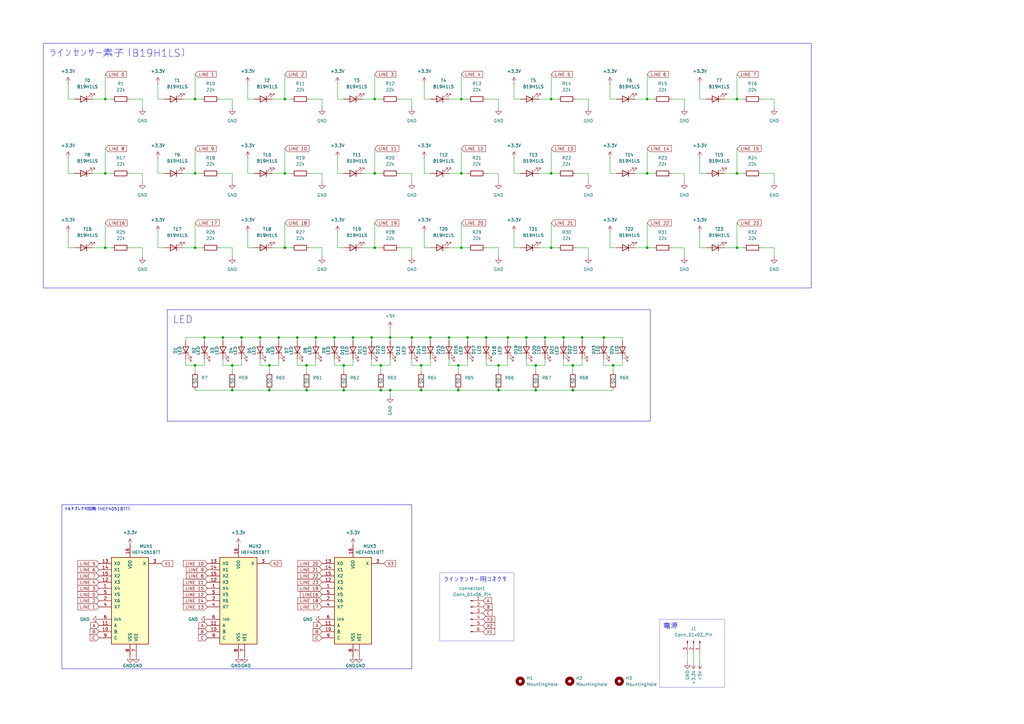
<source format=kicad_sch>
(kicad_sch (version 20250114) (generator "eeschema") (generator_version "9.0")
  (paper "A3")
  (text_box "電源" (at 270.51 254 0) (size 26.67 27.94) (margins 1.5318 1.5318 1.5318 1.5318) (stroke (width 0.0635)) (effects (font (size 2 2)) (justify left top)))
  (text_box "ラインセンサー用コネクタ" (at 180.34 234.95 0) (size 30.48 27.94) (margins 1.5318 1.5318 1.5318 1.5318) (stroke (width 0.0635)) (fill (type color)) (effects (font (size 2 2)) (justify left top)))
  (text_box "ラインセンサー素子（B19H1LS）" (at 17.78 17.78 0) (size 314.96 100.33) (margins 2.25 2.25 2.25 2.25) (effects (font (size 3 3)) (justify left top)))
  (text_box "LED" (at 68.58 127 0) (size 198.12 45.72) (margins 2.25 2.25 2.25 2.25) (effects (font (size 3 3)) (justify left top)))
  (text_box "マルチプレクサ回路（HEF4051BTT）" (at 25.4 207.01 0) (size 143.51 67.31) (margins 0.9525 0.9525 0.9525 0.9525) (effects (font (size 1.27 1.27)) (justify left top)))
  (junction (at 189.23 71.12))
  (junction (at 265.43 40.64))
  (junction (at 208.28 138.43))
  (junction (at 43.18 40.64))
  (junction (at 204.47 160.02))
  (junction (at 247.65 138.43))
  (junction (at 176.53 138.43))
  (junction (at 144.78 138.43))
  (junction (at 153.67 101.6))
  (junction (at 226.06 101.6))
  (junction (at 219.71 160.02))
  (junction (at 204.47 149.86))
  (junction (at 43.18 101.6))
  (junction (at 172.72 149.86))
  (junction (at 95.25 160.02))
  (junction (at 226.06 40.64))
  (junction (at 234.95 149.86))
  (junction (at 121.92 138.43))
  (junction (at 99.06 138.43))
  (junction (at 265.43 71.12))
  (junction (at 302.26 101.6))
  (junction (at 114.3 138.43))
  (junction (at 219.71 149.86))
  (junction (at 226.06 71.12))
  (junction (at 223.52 138.43))
  (junction (at 152.4 138.43))
  (junction (at 137.16 138.43))
  (junction (at 80.01 101.6))
  (junction (at 129.54 138.43))
  (junction (at 153.67 71.12))
  (junction (at 187.96 149.86))
  (junction (at 172.72 160.02))
  (junction (at 168.91 138.43))
  (junction (at 110.49 160.02))
  (junction (at 140.97 160.02))
  (junction (at 140.97 149.86))
  (junction (at 265.43 101.6))
  (junction (at 43.18 71.12))
  (junction (at 116.84 101.6))
  (junction (at 231.14 138.43))
  (junction (at 80.01 40.64))
  (junction (at 160.02 160.02))
  (junction (at 302.26 71.12))
  (junction (at 215.9 138.43))
  (junction (at 251.46 149.86))
  (junction (at 125.73 149.86))
  (junction (at 116.84 71.12))
  (junction (at 238.76 138.43))
  (junction (at 191.77 138.43))
  (junction (at 302.26 40.64))
  (junction (at 110.49 149.86))
  (junction (at 83.82 138.43))
  (junction (at 80.01 149.86))
  (junction (at 95.25 149.86))
  (junction (at 187.96 160.02))
  (junction (at 125.73 160.02))
  (junction (at 189.23 40.64))
  (junction (at 116.84 40.64))
  (junction (at 106.68 138.43))
  (junction (at 189.23 101.6))
  (junction (at 91.44 138.43))
  (junction (at 156.21 149.86))
  (junction (at 184.15 138.43))
  (junction (at 80.01 71.12))
  (junction (at 199.39 138.43))
  (junction (at 160.02 138.43))
  (junction (at 153.67 40.64))
  (junction (at 156.21 160.02))
  (junction (at 234.95 160.02))
  (wire (pts (xy 38.1 101.6) (xy 43.18 101.6)))
  (wire (pts (xy 38.1 40.64) (xy 43.18 40.64)))
  (wire (pts (xy 127 71.12) (xy 132.08 71.12)))
  (wire (pts (xy 80.01 60.96) (xy 80.01 71.12)))
  (wire (pts (xy 132.08 71.12) (xy 132.08 74.93)))
  (wire (pts (xy 160.02 138.43) (xy 160.02 139.7)))
  (wire (pts (xy 199.39 71.12) (xy 204.47 71.12)))
  (wire (pts (xy 184.15 71.12) (xy 189.23 71.12)))
  (wire (pts (xy 137.16 138.43) (xy 137.16 139.7)))
  (wire (pts (xy 137.16 149.86) (xy 137.16 147.32)))
  (wire (pts (xy 199.39 149.86) (xy 199.39 147.32)))
  (wire (pts (xy 43.18 101.6) (xy 45.72 101.6)))
  (wire (pts (xy 95.25 40.64) (xy 95.25 44.45)))
  (wire (pts (xy 287.02 71.12) (xy 289.56 71.12)))
  (wire (pts (xy 223.52 138.43) (xy 223.52 139.7)))
  (wire (pts (xy 95.25 101.6) (xy 95.25 105.41)))
  (wire (pts (xy 208.28 149.86) (xy 208.28 147.32)))
  (wire (pts (xy 90.17 101.6) (xy 95.25 101.6)))
  (wire (pts (xy 99.06 149.86) (xy 99.06 147.32)))
  (wire (pts (xy 260.35 71.12) (xy 265.43 71.12)))
  (wire (pts (xy 125.73 149.86) (xy 125.73 152.4)))
  (wire (pts (xy 184.15 40.64) (xy 189.23 40.64)))
  (wire (pts (xy 287.02 34.29) (xy 287.02 40.64)))
  (wire (pts (xy 43.18 60.96) (xy 43.18 71.12)))
  (wire (pts (xy 110.49 149.86) (xy 110.49 152.4)))
  (wire (pts (xy 223.52 138.43) (xy 231.14 138.43)))
  (wire (pts (xy 226.06 30.48) (xy 226.06 40.64)))
  (wire (pts (xy 160.02 160.02) (xy 172.72 160.02)))
  (wire (pts (xy 275.59 40.64) (xy 280.67 40.64)))
  (wire (pts (xy 260.35 101.6) (xy 265.43 101.6)))
  (wire (pts (xy 114.3 138.43) (xy 121.92 138.43)))
  (wire (pts (xy 260.35 40.64) (xy 265.43 40.64)))
  (wire (pts (xy 148.59 71.12) (xy 153.67 71.12)))
  (wire (pts (xy 168.91 71.12) (xy 168.91 74.93)))
  (wire (pts (xy 144.78 138.43) (xy 152.4 138.43)))
  (wire (pts (xy 80.01 30.48) (xy 80.01 40.64)))
  (wire (pts (xy 76.2 149.86) (xy 76.2 147.32)))
  (wire (pts (xy 138.43 64.77) (xy 138.43 71.12)))
  (wire (pts (xy 153.67 71.12) (xy 156.21 71.12)))
  (wire (pts (xy 132.08 40.64) (xy 132.08 44.45)))
  (wire (pts (xy 58.42 71.12) (xy 58.42 74.93)))
  (wire (pts (xy 106.68 138.43) (xy 106.68 139.7)))
  (wire (pts (xy 187.96 149.86) (xy 184.15 149.86)))
  (wire (pts (xy 204.47 101.6) (xy 204.47 105.41)))
  (wire (pts (xy 226.06 60.96) (xy 226.06 71.12)))
  (wire (pts (xy 27.94 95.25) (xy 27.94 101.6)))
  (wire (pts (xy 250.19 95.25) (xy 250.19 101.6)))
  (wire (pts (xy 160.02 134.62) (xy 160.02 138.43)))
  (wire (pts (xy 241.3 40.64) (xy 241.3 44.45)))
  (wire (pts (xy 80.01 149.86) (xy 80.01 152.4)))
  (wire (pts (xy 265.43 101.6) (xy 267.97 101.6)))
  (wire (pts (xy 226.06 40.64) (xy 228.6 40.64)))
  (wire (pts (xy 116.84 71.12) (xy 119.38 71.12)))
  (wire (pts (xy 238.76 138.43) (xy 238.76 139.7)))
  (wire (pts (xy 58.42 40.64) (xy 58.42 44.45)))
  (wire (pts (xy 297.18 71.12) (xy 302.26 71.12)))
  (wire (pts (xy 226.06 71.12) (xy 228.6 71.12)))
  (wire (pts (xy 152.4 149.86) (xy 156.21 149.86)))
  (wire (pts (xy 53.34 40.64) (xy 58.42 40.64)))
  (wire (pts (xy 95.25 149.86) (xy 95.25 152.4)))
  (wire (pts (xy 110.49 160.02) (xy 125.73 160.02)))
  (wire (pts (xy 219.71 149.86) (xy 223.52 149.86)))
  (wire (pts (xy 191.77 138.43) (xy 199.39 138.43)))
  (wire (pts (xy 27.94 40.64) (xy 30.48 40.64)))
  (wire (pts (xy 236.22 101.6) (xy 241.3 101.6)))
  (wire (pts (xy 83.82 138.43) (xy 91.44 138.43)))
  (wire (pts (xy 219.71 149.86) (xy 219.71 152.4)))
  (wire (pts (xy 204.47 71.12) (xy 204.47 74.93)))
  (wire (pts (xy 255.27 149.86) (xy 255.27 147.32)))
  (wire (pts (xy 99.06 138.43) (xy 99.06 139.7)))
  (wire (pts (xy 83.82 149.86) (xy 83.82 147.32)))
  (wire (pts (xy 199.39 138.43) (xy 199.39 139.7)))
  (wire (pts (xy 125.73 149.86) (xy 129.54 149.86)))
  (wire (pts (xy 168.91 138.43) (xy 168.91 139.7)))
  (wire (pts (xy 116.84 101.6) (xy 119.38 101.6)))
  (wire (pts (xy 173.99 34.29) (xy 173.99 40.64)))
  (wire (pts (xy 168.91 149.86) (xy 172.72 149.86)))
  (wire (pts (xy 111.76 101.6) (xy 116.84 101.6)))
  (wire (pts (xy 64.77 101.6) (xy 67.31 101.6)))
  (wire (pts (xy 284.48 271.78) (xy 284.48 267.97)))
  (wire (pts (xy 236.22 40.64) (xy 241.3 40.64)))
  (wire (pts (xy 148.59 101.6) (xy 153.67 101.6)))
  (wire (pts (xy 64.77 34.29) (xy 64.77 40.64)))
  (wire (pts (xy 231.14 138.43) (xy 238.76 138.43)))
  (wire (pts (xy 101.6 71.12) (xy 104.14 71.12)))
  (wire (pts (xy 247.65 138.43) (xy 255.27 138.43)))
  (wire (pts (xy 220.98 101.6) (xy 226.06 101.6)))
  (wire (pts (xy 80.01 101.6) (xy 82.55 101.6)))
  (wire (pts (xy 247.65 149.86) (xy 251.46 149.86)))
  (wire (pts (xy 38.1 71.12) (xy 43.18 71.12)))
  (wire (pts (xy 106.68 149.86) (xy 106.68 147.32)))
  (wire (pts (xy 184.15 138.43) (xy 184.15 139.7)))
  (wire (pts (xy 287.02 95.25) (xy 287.02 101.6)))
  (wire (pts (xy 173.99 101.6) (xy 176.53 101.6)))
  (wire (pts (xy 127 101.6) (xy 132.08 101.6)))
  (wire (pts (xy 287.02 101.6) (xy 289.56 101.6)))
  (wire (pts (xy 101.6 34.29) (xy 101.6 40.64)))
  (wire (pts (xy 101.6 101.6) (xy 104.14 101.6)))
  (wire (pts (xy 199.39 138.43) (xy 208.28 138.43)))
  (wire (pts (xy 140.97 149.86) (xy 144.78 149.86)))
  (wire (pts (xy 140.97 160.02) (xy 156.21 160.02)))
  (wire (pts (xy 204.47 149.86) (xy 208.28 149.86)))
  (wire (pts (xy 27.94 64.77) (xy 27.94 71.12)))
  (wire (pts (xy 302.26 71.12) (xy 304.8 71.12)))
  (wire (pts (xy 160.02 138.43) (xy 168.91 138.43)))
  (wire (pts (xy 265.43 60.96) (xy 265.43 71.12)))
  (wire (pts (xy 250.19 71.12) (xy 252.73 71.12)))
  (wire (pts (xy 43.18 30.48) (xy 43.18 40.64)))
  (wire (pts (xy 208.28 138.43) (xy 208.28 139.7)))
  (wire (pts (xy 80.01 40.64) (xy 82.55 40.64)))
  (wire (pts (xy 138.43 101.6) (xy 140.97 101.6)))
  (wire (pts (xy 210.82 101.6) (xy 213.36 101.6)))
  (wire (pts (xy 210.82 40.64) (xy 213.36 40.64)))
  (wire (pts (xy 121.92 138.43) (xy 121.92 139.7)))
  (wire (pts (xy 302.26 60.96) (xy 302.26 71.12)))
  (wire (pts (xy 138.43 71.12) (xy 140.97 71.12)))
  (wire (pts (xy 317.5 101.6) (xy 317.5 105.41)))
  (wire (pts (xy 176.53 149.86) (xy 176.53 147.32)))
  (wire (pts (xy 152.4 138.43) (xy 160.02 138.43)))
  (wire (pts (xy 250.19 101.6) (xy 252.73 101.6)))
  (wire (pts (xy 106.68 138.43) (xy 114.3 138.43)))
  (wire (pts (xy 234.95 149.86) (xy 234.95 152.4)))
  (wire (pts (xy 129.54 138.43) (xy 137.16 138.43)))
  (wire (pts (xy 280.67 101.6) (xy 280.67 105.41)))
  (wire (pts (xy 163.83 71.12) (xy 168.91 71.12)))
  (wire (pts (xy 238.76 138.43) (xy 247.65 138.43)))
  (wire (pts (xy 27.94 71.12) (xy 30.48 71.12)))
  (wire (pts (xy 226.06 101.6) (xy 228.6 101.6)))
  (wire (pts (xy 76.2 149.86) (xy 80.01 149.86)))
  (wire (pts (xy 287.02 64.77) (xy 287.02 71.12)))
  (wire (pts (xy 43.18 71.12) (xy 45.72 71.12)))
  (wire (pts (xy 116.84 30.48) (xy 116.84 40.64)))
  (wire (pts (xy 121.92 149.86) (xy 121.92 147.32)))
  (wire (pts (xy 111.76 71.12) (xy 116.84 71.12)))
  (wire (pts (xy 144.78 138.43) (xy 144.78 139.7)))
  (wire (pts (xy 219.71 160.02) (xy 234.95 160.02)))
  (wire (pts (xy 191.77 149.86) (xy 187.96 149.86)))
  (wire (pts (xy 210.82 34.29) (xy 210.82 40.64)))
  (wire (pts (xy 129.54 149.86) (xy 129.54 147.32)))
  (wire (pts (xy 138.43 95.25) (xy 138.43 101.6)))
  (wire (pts (xy 251.46 152.4) (xy 251.46 149.86)))
  (wire (pts (xy 156.21 149.86) (xy 156.21 152.4)))
  (wire (pts (xy 74.93 101.6) (xy 80.01 101.6)))
  (wire (pts (xy 265.43 30.48) (xy 265.43 40.64)))
  (wire (pts (xy 215.9 149.86) (xy 215.9 147.32)))
  (wire (pts (xy 101.6 64.77) (xy 101.6 71.12)))
  (wire (pts (xy 247.65 149.86) (xy 247.65 147.32)))
  (wire (pts (xy 287.02 267.97) (xy 287.02 271.78)))
  (wire (pts (xy 74.93 71.12) (xy 80.01 71.12)))
  (wire (pts (xy 199.39 40.64) (xy 204.47 40.64)))
  (wire (pts (xy 168.91 101.6) (xy 168.91 105.41)))
  (wire (pts (xy 127 40.64) (xy 132.08 40.64)))
  (wire (pts (xy 281.94 267.97) (xy 281.94 271.78)))
  (wire (pts (xy 255.27 138.43) (xy 255.27 139.7)))
  (wire (pts (xy 137.16 138.43) (xy 144.78 138.43)))
  (wire (pts (xy 173.99 64.77) (xy 173.99 71.12)))
  (wire (pts (xy 297.18 101.6) (xy 302.26 101.6)))
  (wire (pts (xy 153.67 30.48) (xy 153.67 40.64)))
  (wire (pts (xy 121.92 138.43) (xy 129.54 138.43)))
  (wire (pts (xy 53.34 101.6) (xy 58.42 101.6)))
  (wire (pts (xy 219.71 149.86) (xy 215.9 149.86)))
  (wire (pts (xy 231.14 149.86) (xy 231.14 147.32)))
  (wire (pts (xy 132.08 101.6) (xy 132.08 105.41)))
  (wire (pts (xy 234.95 149.86) (xy 231.14 149.86)))
  (wire (pts (xy 238.76 149.86) (xy 238.76 147.32)))
  (wire (pts (xy 101.6 40.64) (xy 104.14 40.64)))
  (wire (pts (xy 265.43 40.64) (xy 267.97 40.64)))
  (wire (pts (xy 184.15 101.6) (xy 189.23 101.6)))
  (wire (pts (xy 204.47 160.02) (xy 219.71 160.02)))
  (wire (pts (xy 64.77 71.12) (xy 67.31 71.12)))
  (wire (pts (xy 275.59 101.6) (xy 280.67 101.6)))
  (wire (pts (xy 220.98 71.12) (xy 226.06 71.12)))
  (wire (pts (xy 208.28 138.43) (xy 215.9 138.43)))
  (wire (pts (xy 83.82 138.43) (xy 83.82 139.7)))
  (wire (pts (xy 91.44 149.86) (xy 95.25 149.86)))
  (wire (pts (xy 317.5 40.64) (xy 317.5 44.45)))
  (wire (pts (xy 191.77 138.43) (xy 191.77 139.7)))
  (wire (pts (xy 250.19 40.64) (xy 252.73 40.64)))
  (wire (pts (xy 144.78 149.86) (xy 144.78 147.32)))
  (wire (pts (xy 302.26 91.44) (xy 302.26 101.6)))
  (wire (pts (xy 153.67 101.6) (xy 156.21 101.6)))
  (wire (pts (xy 140.97 149.86) (xy 140.97 152.4)))
  (wire (pts (xy 121.92 149.86) (xy 125.73 149.86)))
  (wire (pts (xy 189.23 60.96) (xy 189.23 71.12)))
  (wire (pts (xy 153.67 60.96) (xy 153.67 71.12)))
  (wire (pts (xy 287.02 40.64) (xy 289.56 40.64)))
  (wire (pts (xy 199.39 101.6) (xy 204.47 101.6)))
  (wire (pts (xy 312.42 101.6) (xy 317.5 101.6)))
  (wire (pts (xy 116.84 60.96) (xy 116.84 71.12)))
  (wire (pts (xy 53.34 71.12) (xy 58.42 71.12)))
  (wire (pts (xy 317.5 71.12) (xy 317.5 74.93)))
  (wire (pts (xy 80.01 149.86) (xy 83.82 149.86)))
  (wire (pts (xy 204.47 149.86) (xy 204.47 152.4)))
  (wire (pts (xy 187.96 149.86) (xy 187.96 152.4)))
  (wire (pts (xy 95.25 149.86) (xy 99.06 149.86)))
  (wire (pts (xy 172.72 149.86) (xy 172.72 152.4)))
  (wire (pts (xy 91.44 149.86) (xy 91.44 147.32)))
  (wire (pts (xy 148.59 40.64) (xy 153.67 40.64)))
  (wire (pts (xy 64.77 64.77) (xy 64.77 71.12)))
  (wire (pts (xy 90.17 71.12) (xy 95.25 71.12)))
  (wire (pts (xy 99.06 138.43) (xy 106.68 138.43)))
  (wire (pts (xy 80.01 160.02) (xy 95.25 160.02)))
  (wire (pts (xy 250.19 34.29) (xy 250.19 40.64)))
  (wire (pts (xy 153.67 91.44) (xy 153.67 101.6)))
  (wire (pts (xy 220.98 40.64) (xy 226.06 40.64)))
  (wire (pts (xy 168.91 138.43) (xy 176.53 138.43)))
  (wire (pts (xy 114.3 149.86) (xy 114.3 147.32)))
  (wire (pts (xy 238.76 149.86) (xy 234.95 149.86)))
  (wire (pts (xy 58.42 101.6) (xy 58.42 105.41)))
  (wire (pts (xy 189.23 91.44) (xy 189.23 101.6)))
  (wire (pts (xy 265.43 71.12) (xy 267.97 71.12)))
  (wire (pts (xy 204.47 149.86) (xy 199.39 149.86)))
  (wire (pts (xy 156.21 149.86) (xy 160.02 149.86)))
  (wire (pts (xy 247.65 138.43) (xy 247.65 139.7)))
  (wire (pts (xy 275.59 71.12) (xy 280.67 71.12)))
  (wire (pts (xy 173.99 71.12) (xy 176.53 71.12)))
  (wire (pts (xy 27.94 34.29) (xy 27.94 40.64)))
  (wire (pts (xy 43.18 91.44) (xy 43.18 101.6)))
  (wire (pts (xy 138.43 34.29) (xy 138.43 40.64)))
  (wire (pts (xy 189.23 40.64) (xy 191.77 40.64)))
  (wire (pts (xy 265.43 91.44) (xy 265.43 101.6)))
  (wire (pts (xy 43.18 40.64) (xy 45.72 40.64)))
  (wire (pts (xy 173.99 95.25) (xy 173.99 101.6)))
  (wire (pts (xy 231.14 138.43) (xy 231.14 139.7)))
  (wire (pts (xy 312.42 40.64) (xy 317.5 40.64)))
  (wire (pts (xy 210.82 64.77) (xy 210.82 71.12)))
  (wire (pts (xy 76.2 138.43) (xy 76.2 139.7)))
  (wire (pts (xy 111.76 40.64) (xy 116.84 40.64)))
  (wire (pts (xy 95.25 71.12) (xy 95.25 74.93)))
  (wire (pts (xy 176.53 138.43) (xy 176.53 139.7)))
  (wire (pts (xy 312.42 71.12) (xy 317.5 71.12)))
  (wire (pts (xy 176.53 138.43) (xy 184.15 138.43)))
  (wire (pts (xy 101.6 95.25) (xy 101.6 101.6)))
  (wire (pts (xy 172.72 160.02) (xy 187.96 160.02)))
  (wire (pts (xy 110.49 149.86) (xy 114.3 149.86)))
  (wire (pts (xy 187.96 160.02) (xy 204.47 160.02)))
  (wire (pts (xy 106.68 149.86) (xy 110.49 149.86)))
  (wire (pts (xy 152.4 149.86) (xy 152.4 147.32)))
  (wire (pts (xy 64.77 95.25) (xy 64.77 101.6)))
  (wire (pts (xy 138.43 40.64) (xy 140.97 40.64)))
  (wire (pts (xy 116.84 40.64) (xy 119.38 40.64)))
  (wire (pts (xy 210.82 95.25) (xy 210.82 101.6)))
  (wire (pts (xy 241.3 71.12) (xy 241.3 74.93)))
  (wire (pts (xy 80.01 71.12) (xy 82.55 71.12)))
  (wire (pts (xy 173.99 40.64) (xy 176.53 40.64)))
  (wire (pts (xy 184.15 138.43) (xy 191.77 138.43)))
  (wire (pts (xy 189.23 101.6) (xy 191.77 101.6)))
  (wire (pts (xy 223.52 149.86) (xy 223.52 147.32)))
  (wire (pts (xy 189.23 30.48) (xy 189.23 40.64)))
  (wire (pts (xy 215.9 138.43) (xy 215.9 139.7)))
  (wire (pts (xy 152.4 138.43) (xy 152.4 139.7)))
  (wire (pts (xy 302.26 101.6) (xy 304.8 101.6)))
  (wire (pts (xy 215.9 138.43) (xy 223.52 138.43)))
  (wire (pts (xy 191.77 149.86) (xy 191.77 147.32)))
  (wire (pts (xy 163.83 101.6) (xy 168.91 101.6)))
  (wire (pts (xy 236.22 71.12) (xy 241.3 71.12)))
  (wire (pts (xy 156.21 160.02) (xy 160.02 160.02)))
  (wire (pts (xy 91.44 138.43) (xy 99.06 138.43)))
  (wire (pts (xy 280.67 71.12) (xy 280.67 74.93)))
  (wire (pts (xy 226.06 91.44) (xy 226.06 101.6)))
  (wire (pts (xy 74.93 40.64) (xy 80.01 40.64)))
  (wire (pts (xy 116.84 91.44) (xy 116.84 101.6)))
  (wire (pts (xy 27.94 101.6) (xy 30.48 101.6)))
  (wire (pts (xy 251.46 149.86) (xy 255.27 149.86)))
  (wire (pts (xy 302.26 40.64) (xy 304.8 40.64)))
  (wire (pts (xy 125.73 160.02) (xy 140.97 160.02)))
  (wire (pts (xy 153.67 40.64) (xy 156.21 40.64)))
  (wire (pts (xy 160.02 160.02) (xy 160.02 162.56)))
  (wire (pts (xy 210.82 71.12) (xy 213.36 71.12)))
  (wire (pts (xy 204.47 40.64) (xy 204.47 44.45)))
  (wire (pts (xy 80.01 91.44) (xy 80.01 101.6)))
  (wire (pts (xy 163.83 40.64) (xy 168.91 40.64)))
  (wire (pts (xy 297.18 40.64) (xy 302.26 40.64)))
  (wire (pts (xy 234.95 160.02) (xy 251.46 160.02)))
  (wire (pts (xy 168.91 149.86) (xy 168.91 147.32)))
  (wire (pts (xy 137.16 149.86) (xy 140.97 149.86)))
  (wire (pts (xy 76.2 138.43) (xy 83.82 138.43)))
  (wire (pts (xy 189.23 71.12) (xy 191.77 71.12)))
  (wire (pts (xy 250.19 64.77) (xy 250.19 71.12)))
  (wire (pts (xy 129.54 138.43) (xy 129.54 139.7)))
  (wire (pts (xy 91.44 138.43) (xy 91.44 139.7)))
  (wire (pts (xy 90.17 40.64) (xy 95.25 40.64)))
  (wire (pts (xy 64.77 40.64) (xy 67.31 40.64)))
  (wire (pts (xy 241.3 101.6) (xy 241.3 105.41)))
  (wire (pts (xy 280.67 40.64) (xy 280.67 44.45)))
  (wire (pts (xy 184.15 149.86) (xy 184.15 147.32)))
  (wire (pts (xy 168.91 40.64) (xy 168.91 44.45)))
  (wire (pts (xy 302.26 30.48) (xy 302.26 40.64)))
  (wire (pts (xy 114.3 138.43) (xy 114.3 139.7)))
  (wire (pts (xy 95.25 160.02) (xy 110.49 160.02)))
  (wire (pts (xy 172.72 149.86) (xy 176.53 149.86)))
  (wire (pts (xy 160.02 149.86) (xy 160.02 147.32)))
  (global_label "LINE 15" (shape input) (at 302.26 60.96 0) (property "Intersheetrefs" "${INTERSHEET_REFS}" (effects (hide yes))))
  (global_label "LINE 1" (shape input) (at 40.64 248.92 180) (property "Intersheetrefs" "${INTERSHEET_REFS}" (effects (hide yes))))
  (global_label "A" (shape input) (at 198.12 246.38 0) (property "Intersheetrefs" "${INTERSHEET_REFS}" (effects (hide yes))))
  (global_label "LINE 23" (shape input) (at 302.26 91.44 0) (property "Intersheetrefs" "${INTERSHEET_REFS}" (effects (hide yes))))
  (global_label "X2" (shape input) (at 198.12 256.54 0) (property "Intersheetrefs" "${INTERSHEET_REFS}" (effects (hide yes))))
  (global_label "LINE 18" (shape input) (at 132.08 246.38 180) (property "Intersheetrefs" "${INTERSHEET_REFS}" (effects (hide yes))))
  (global_label "LINE 9" (shape input) (at 80.01 60.96 0) (property "Intersheetrefs" "${INTERSHEET_REFS}" (effects (hide yes))))
  (global_label "C" (shape input) (at 85.09 261.62 180) (property "Intersheetrefs" "${INTERSHEET_REFS}" (effects (hide yes))))
  (global_label "LINE 14" (shape input) (at 85.09 246.38 180) (property "Intersheetrefs" "${INTERSHEET_REFS}" (effects (hide yes))))
  (global_label "LINE 11" (shape input) (at 85.09 238.76 180) (property "Intersheetrefs" "${INTERSHEET_REFS}" (effects (hide yes))))
  (global_label "X3" (shape input) (at 157.48 231.14 0) (property "Intersheetrefs" "${INTERSHEET_REFS}" (effects (hide yes))))
  (global_label "LINE 20" (shape input) (at 132.08 231.14 180) (property "Intersheetrefs" "${INTERSHEET_REFS}" (effects (hide yes))))
  (global_label "LINE 6" (shape input) (at 265.43 30.48 0) (property "Intersheetrefs" "${INTERSHEET_REFS}" (effects (hide yes))))
  (global_label "LINE 10" (shape input) (at 116.84 60.96 0) (property "Intersheetrefs" "${INTERSHEET_REFS}" (effects (hide yes))))
  (global_label "LINE 5" (shape input) (at 226.06 30.48 0) (property "Intersheetrefs" "${INTERSHEET_REFS}" (effects (hide yes))))
  (global_label "LINE 7" (shape input) (at 302.26 30.48 0) (property "Intersheetrefs" "${INTERSHEET_REFS}" (effects (hide yes))))
  (global_label "LINE 6" (shape input) (at 40.64 233.68 180) (property "Intersheetrefs" "${INTERSHEET_REFS}" (effects (hide yes))))
  (global_label "A" (shape input) (at 85.09 256.54 180) (property "Intersheetrefs" "${INTERSHEET_REFS}" (effects (hide yes))))
  (global_label "X2" (shape input) (at 110.49 231.14 0) (property "Intersheetrefs" "${INTERSHEET_REFS}" (effects (hide yes))))
  (global_label "LINE 15" (shape input) (at 85.09 241.3 180) (property "Intersheetrefs" "${INTERSHEET_REFS}" (effects (hide yes))))
  (global_label "A" (shape input) (at 132.08 256.54 180) (property "Intersheetrefs" "${INTERSHEET_REFS}" (effects (hide yes))))
  (global_label "LINE 10" (shape input) (at 85.09 231.14 180) (property "Intersheetrefs" "${INTERSHEET_REFS}" (effects (hide yes))))
  (global_label "LINE 19" (shape input) (at 153.67 91.44 0) (property "Intersheetrefs" "${INTERSHEET_REFS}" (effects (hide yes))))
  (global_label "LINE 0" (shape input) (at 43.18 30.48 0) (property "Intersheetrefs" "${INTERSHEET_REFS}" (effects (hide yes))))
  (global_label "LINE 17" (shape input) (at 80.01 91.44 0) (property "Intersheetrefs" "${INTERSHEET_REFS}" (effects (hide yes))))
  (global_label "LINE 1" (shape input) (at 80.01 30.48 0) (property "Intersheetrefs" "${INTERSHEET_REFS}" (effects (hide yes))))
  (global_label "LINE 12" (shape input) (at 189.23 60.96 0) (property "Intersheetrefs" "${INTERSHEET_REFS}" (effects (hide yes))))
  (global_label "LINE 8" (shape input) (at 43.18 60.96 0) (property "Intersheetrefs" "${INTERSHEET_REFS}" (effects (hide yes))))
  (global_label "B" (shape input) (at 198.12 248.92 0) (property "Intersheetrefs" "${INTERSHEET_REFS}" (effects (hide yes))))
  (global_label "LINE 20" (shape input) (at 189.23 91.44 0) (property "Intersheetrefs" "${INTERSHEET_REFS}" (effects (hide yes))))
  (global_label "B" (shape input) (at 132.08 259.08 180) (property "Intersheetrefs" "${INTERSHEET_REFS}" (effects (hide yes))))
  (global_label "B" (shape input) (at 85.09 259.08 180) (property "Intersheetrefs" "${INTERSHEET_REFS}" (effects (hide yes))))
  (global_label "LINE 21" (shape input) (at 132.08 233.68 180) (property "Intersheetrefs" "${INTERSHEET_REFS}" (effects (hide yes))))
  (global_label "A" (shape input) (at 40.64 256.54 180) (property "Intersheetrefs" "${INTERSHEET_REFS}" (effects (hide yes))))
  (global_label "LINE 5" (shape input) (at 40.64 231.14 180) (property "Intersheetrefs" "${INTERSHEET_REFS}" (effects (hide yes))))
  (global_label "LINE 8" (shape input) (at 85.09 236.22 180) (property "Intersheetrefs" "${INTERSHEET_REFS}" (effects (hide yes))))
  (global_label "LINE 22" (shape input) (at 265.43 91.44 0) (property "Intersheetrefs" "${INTERSHEET_REFS}" (effects (hide yes))))
  (global_label "X1" (shape input) (at 198.12 259.08 0) (property "Intersheetrefs" "${INTERSHEET_REFS}" (effects (hide yes))))
  (global_label "LINE 4" (shape input) (at 189.23 30.48 0) (property "Intersheetrefs" "${INTERSHEET_REFS}" (effects (hide yes))))
  (global_label "LINE16" (shape input) (at 132.08 243.84 180) (property "Intersheetrefs" "${INTERSHEET_REFS}" (effects (hide yes))))
  (global_label "C" (shape input) (at 132.08 261.62 180) (property "Intersheetrefs" "${INTERSHEET_REFS}" (effects (hide yes))))
  (global_label "LINE 7" (shape input) (at 40.64 236.22 180) (property "Intersheetrefs" "${INTERSHEET_REFS}" (effects (hide yes))))
  (global_label "LINE 0" (shape input) (at 40.64 243.84 180) (property "Intersheetrefs" "${INTERSHEET_REFS}" (effects (hide yes))))
  (global_label "LINE16" (shape input) (at 43.18 91.44 0) (property "Intersheetrefs" "${INTERSHEET_REFS}" (effects (hide yes))))
  (global_label "LINE 19" (shape input) (at 132.08 241.3 180) (property "Intersheetrefs" "${INTERSHEET_REFS}" (effects (hide yes))))
  (global_label "LINE 11" (shape input) (at 153.67 60.96 0) (property "Intersheetrefs" "${INTERSHEET_REFS}" (effects (hide yes))))
  (global_label "LINE 2" (shape input) (at 116.84 30.48 0) (property "Intersheetrefs" "${INTERSHEET_REFS}" (effects (hide yes))))
  (global_label "LINE 3" (shape input) (at 40.64 241.3 180) (property "Intersheetrefs" "${INTERSHEET_REFS}" (effects (hide yes))))
  (global_label "LINE 23" (shape input) (at 132.08 238.76 180) (property "Intersheetrefs" "${INTERSHEET_REFS}" (effects (hide yes))))
  (global_label "LINE 18" (shape input) (at 116.84 91.44 0) (property "Intersheetrefs" "${INTERSHEET_REFS}" (effects (hide yes))))
  (global_label "LINE 14" (shape input) (at 265.43 60.96 0) (property "Intersheetrefs" "${INTERSHEET_REFS}" (effects (hide yes))))
  (global_label "LINE 13" (shape input) (at 226.06 60.96 0) (property "Intersheetrefs" "${INTERSHEET_REFS}" (effects (hide yes))))
  (global_label "X1" (shape input) (at 66.04 231.14 0) (property "Intersheetrefs" "${INTERSHEET_REFS}" (effects (hide yes))))
  (global_label "C" (shape input) (at 40.64 261.62 180) (property "Intersheetrefs" "${INTERSHEET_REFS}" (effects (hide yes))))
  (global_label "LINE 2" (shape input) (at 40.64 246.38 180) (property "Intersheetrefs" "${INTERSHEET_REFS}" (effects (hide yes))))
  (global_label "LINE 9" (shape input) (at 85.09 233.68 180) (property "Intersheetrefs" "${INTERSHEET_REFS}" (effects (hide yes))))
  (global_label "X3" (shape input) (at 198.12 254 0) (property "Intersheetrefs" "${INTERSHEET_REFS}" (effects (hide yes))))
  (global_label "LINE 21" (shape input) (at 226.06 91.44 0) (property "Intersheetrefs" "${INTERSHEET_REFS}" (effects (hide yes))))
  (global_label "LINE 4" (shape input) (at 40.64 238.76 180) (property "Intersheetrefs" "${INTERSHEET_REFS}" (effects (hide yes))))
  (global_label "B" (shape input) (at 40.64 259.08 180) (property "Intersheetrefs" "${INTERSHEET_REFS}" (effects (hide yes))))
  (global_label "LINE 13" (shape input) (at 85.09 248.92 180) (property "Intersheetrefs" "${INTERSHEET_REFS}" (effects (hide yes))))
  (global_label "LINE 22" (shape input) (at 132.08 236.22 180) (property "Intersheetrefs" "${INTERSHEET_REFS}" (effects (hide yes))))
  (global_label "C" (shape input) (at 198.12 251.46 0) (property "Intersheetrefs" "${INTERSHEET_REFS}" (effects (hide yes))))
  (global_label "LINE 3" (shape input) (at 153.67 30.48 0) (property "Intersheetrefs" "${INTERSHEET_REFS}" (effects (hide yes))))
  (global_label "LINE 12" (shape input) (at 85.09 243.84 180) (property "Intersheetrefs" "${INTERSHEET_REFS}" (effects (hide yes))))
  (global_label "LINE 17" (shape input) (at 132.08 248.92 180) (property "Intersheetrefs" "${INTERSHEET_REFS}" (effects (hide yes))))
  (symbol (lib_id "power:GND") (at 132.08 105.41 0) (unit 1)
    (property "Reference" "#PWR064" (effects (hide yes)))
    (property "Value" "GND" (at 132.08 110.49 0))
    (property "Description" "Power symbol creates a global label with name \"GND\" , ground" (effects (hide yes)))
  )
  (symbol (lib_id "Device:LED") (at 256.54 40.64 180) (unit 1)
    (property "Reference" "T6" (at 258.1275 33.02 0))
    (property "Value" "B19H1LS" (at 258.1275 35.56 0))
    (property "Footprint" "LED_SMD:LED_0603_1608Metric" (effects (hide yes)))
    (property "Description" "Light emitting diode" (effects (hide yes)))
  )
  (symbol (lib_id "Device:LED") (at 293.37 101.6 180) (unit 1)
    (property "Reference" "T23" (at 294.9575 93.98 0))
    (property "Value" "B19H1LS" (at 294.9575 96.52 0))
    (property "Footprint" "LED_SMD:LED_0603_1608Metric" (effects (hide yes)))
    (property "Description" "Light emitting diode" (effects (hide yes)))
  )
  (symbol (lib_id "Device:LED") (at 137.16 143.51 90) (unit 1)
    (property "Reference" "D9" (at 132.842 143.764 0))
    (property "Value" "LED" (at 134.62 143.764 0))
    (property "Footprint" "LED_SMD:LED_0603_1608Metric" (effects (hide yes)))
    (property "Description" "Light emitting diode" (effects (hide yes)))
  )
  (symbol (lib_id "Device:LED") (at 231.14 143.51 90) (unit 1)
    (property "Reference" "D21" (at 226.314 143.51 0))
    (property "Value" "LED" (at 228.346 143.764 0))
    (property "Footprint" "LED_SMD:LED_0603_1608Metric" (effects (hide yes)))
    (property "Description" "Light emitting diode" (effects (hide yes)))
  )
  (symbol (lib_id "Device:LED") (at 238.76 143.51 90) (unit 1)
    (property "Reference" "D22" (at 233.68 143.51 0))
    (property "Value" "LED" (at 235.966 143.51 0))
    (property "Footprint" "LED_SMD:LED_0603_1608Metric" (effects (hide yes)))
    (property "Description" "Light emitting diode" (effects (hide yes)))
  )
  (symbol (lib_id "Device:R") (at 172.72 156.21 0) (unit 1)
    (property "Reference" "R64" (at 175.26 154.9399 0) (effects (justify left)))
    (property "Value" "50" (at 172.72 157.48 90) (effects (justify left)))
    (property "Footprint" "Resistor_SMD:R_0603_1608Metric" (effects (hide yes)))
    (property "Description" "Resistor" (effects (hide yes)))
  )
  (symbol (lib_id "Device:LED") (at 256.54 71.12 180) (unit 1)
    (property "Reference" "T14" (at 258.1275 63.5 0))
    (property "Value" "B19H1LS" (at 258.1275 66.04 0))
    (property "Footprint" "LED_SMD:LED_0603_1608Metric" (effects (hide yes)))
    (property "Description" "Light emitting diode" (effects (hide yes)))
  )
  (symbol (lib_id "Device:R") (at 251.46 156.21 0) (unit 1)
    (property "Reference" "R69" (at 254 154.9399 0) (effects (justify left)))
    (property "Value" "50" (at 251.46 157.48 90) (effects (justify left)))
    (property "Footprint" "Resistor_SMD:R_0603_1608Metric" (effects (hide yes)))
    (property "Description" "Resistor" (effects (hide yes)))
  )
  (symbol (lib_id "Device:R") (at 95.25 156.21 0) (unit 1)
    (property "Reference" "R59" (at 97.79 154.9399 0) (effects (justify left)))
    (property "Value" "50" (at 95.25 157.48 90) (effects (justify left)))
    (property "Footprint" "Resistor_SMD:R_0603_1608Metric" (effects (hide yes)))
    (property "Description" "Resistor" (effects (hide yes)))
  )
  (symbol (lib_id "power:+3.3V") (at 64.77 64.77 0) (unit 1)
    (property "Reference" "#PWR029" (effects (hide yes)))
    (property "Value" "+3.3V" (at 64.77 59.69 0))
    (property "Description" "Power symbol creates a global label with name \"+3.3V\"" (effects (hide yes)))
  )
  (symbol (lib_id "power:GND") (at 280.67 44.45 0) (unit 1)
    (property "Reference" "#PWR040" (effects (hide yes)))
    (property "Value" "GND" (at 280.67 49.53 0))
    (property "Description" "Power symbol creates a global label with name \"GND\" , ground" (effects (hide yes)))
  )
  (symbol (lib_id "Device:R") (at 49.53 71.12 90) (unit 1)
    (property "Reference" "R17" (at 49.53 64.77 90))
    (property "Value" "22k" (at 49.53 67.31 90))
    (property "Footprint" "Resistor_SMD:R_0603_1608Metric" (effects (hide yes)))
    (property "Description" "Resistor" (effects (hide yes)))
  )
  (symbol (lib_id "Device:LED") (at 217.17 71.12 180) (unit 1)
    (property "Reference" "T13" (at 218.7575 63.5 0))
    (property "Value" "B19H1LS" (at 218.7575 66.04 0))
    (property "Footprint" "LED_SMD:LED_0603_1608Metric" (effects (hide yes)))
    (property "Description" "Light emitting diode" (effects (hide yes)))
  )
  (symbol (lib_id "Device:R") (at 308.61 40.64 90) (unit 1)
    (property "Reference" "R16" (at 308.61 34.29 90))
    (property "Value" "22k" (at 308.61 36.83 90))
    (property "Footprint" "Resistor_SMD:R_0603_1608Metric" (effects (hide yes)))
    (property "Description" "Resistor" (effects (hide yes)))
  )
  (symbol (lib_id "4xxx:4051") (at 97.79 246.38 0) (unit 1)
    (property "Reference" "MUX2" (at 104.648 224.028 0))
    (property "Value" "HEF4051BTT" (at 104.648 226.568 0))
    (property "Footprint" "Package_SO:TSSOP-16_4.4x5mm_P0.65mm" (effects (hide yes)))
    (property "Datasheet" "http://www.intersil.com/content/dam/Intersil/documents/cd40/cd4051bms-52bms-53bms.pdf" (effects (hide yes)))
    (property "Description" "Analog Multiplexer 8 to 1 lins" (effects (hide yes)))
  )
  (symbol (lib_id "Device:R") (at 125.73 156.21 0) (unit 1)
    (property "Reference" "R61" (at 128.27 154.9399 0) (effects (justify left)))
    (property "Value" "50" (at 125.73 157.48 90) (effects (justify left)))
    (property "Footprint" "Resistor_SMD:R_0603_1608Metric" (effects (hide yes)))
    (property "Description" "Resistor" (effects (hide yes)))
  )
  (symbol (lib_id "Device:LED") (at 144.78 40.64 180) (unit 1)
    (property "Reference" "T3" (at 146.3675 33.02 0))
    (property "Value" "B19H1LS" (at 146.304 35.56 0))
    (property "Footprint" "LED_SMD:LED_0603_1608Metric" (effects (hide yes)))
    (property "Description" "Light emitting diode" (effects (hide yes)))
  )
  (symbol (lib_id "Device:LED") (at 191.77 143.51 90) (unit 1)
    (property "Reference" "D16" (at 186.944 143.51 0))
    (property "Value" "LED" (at 188.976 143.764 0))
    (property "Footprint" "LED_SMD:LED_0603_1608Metric" (effects (hide yes)))
    (property "Description" "Light emitting diode" (effects (hide yes)))
  )
  (symbol (lib_id "power:+3.3V") (at 27.94 34.29 0) (unit 1)
    (property "Reference" "#PWR019" (effects (hide yes)))
    (property "Value" "+3.3V" (at 27.94 29.21 0))
    (property "Description" "Power symbol creates a global label with name \"+3.3V\"" (effects (hide yes)))
  )
  (symbol (lib_id "Device:R") (at 49.53 40.64 90) (unit 1)
    (property "Reference" "R1" (at 49.53 34.29 90))
    (property "Value" "22k" (at 49.53 36.83 90))
    (property "Footprint" "Resistor_SMD:R_0603_1608Metric" (effects (hide yes)))
    (property "Description" "Resistor" (effects (hide yes)))
  )
  (symbol (lib_id "Device:LED") (at 129.54 143.51 90) (unit 1)
    (property "Reference" "D8" (at 125.222 143.764 0))
    (property "Value" "LED" (at 127 143.764 0))
    (property "Footprint" "LED_SMD:LED_0603_1608Metric" (effects (hide yes)))
    (property "Description" "Light emitting diode" (effects (hide yes)))
  )
  (symbol (lib_id "power:GND") (at 100.33 269.24 0) (unit 1)
    (property "Reference" "#PWR010" (effects (hide yes)))
    (property "Value" "GND" (at 100.838 273.05 0))
    (property "Description" "Power symbol creates a global label with name \"GND\" , ground" (effects (hide yes)))
  )
  (symbol (lib_id "power:GND") (at 95.25 105.41 0) (unit 1)
    (property "Reference" "#PWR062" (effects (hide yes)))
    (property "Value" "GND" (at 95.25 110.49 0))
    (property "Description" "Power symbol creates a global label with name \"GND\" , ground" (effects (hide yes)))
  )
  (symbol (lib_id "Device:LED") (at 71.12 40.64 180) (unit 1)
    (property "Reference" "T1" (at 72.7075 33.02 0))
    (property "Value" "B19H1LS" (at 72.7075 35.56 0))
    (property "Footprint" "LED_SMD:LED_0603_1608Metric" (effects (hide yes)))
    (property "Description" "Light emitting diode" (effects (hide yes)))
  )
  (symbol (lib_id "Device:LED") (at 144.78 101.6 180) (unit 1)
    (property "Reference" "T19" (at 146.3675 93.98 0))
    (property "Value" "B19H1LS" (at 146.3675 96.52 0))
    (property "Footprint" "LED_SMD:LED_0603_1608Metric" (effects (hide yes)))
    (property "Description" "Light emitting diode" (effects (hide yes)))
  )
  (symbol (lib_id "power:+3.3V") (at 138.43 95.25 0) (unit 1)
    (property "Reference" "#PWR024" (effects (hide yes)))
    (property "Value" "+3.3V" (at 138.43 90.17 0))
    (property "Description" "Power symbol creates a global label with name \"+3.3V\"" (effects (hide yes)))
  )
  (symbol (lib_id "Device:LED") (at 256.54 101.6 180) (unit 1)
    (property "Reference" "T22" (at 258.1275 93.98 0))
    (property "Value" "B19H1LS" (at 258.1275 96.52 0))
    (property "Footprint" "LED_SMD:LED_0603_1608Metric" (effects (hide yes)))
    (property "Description" "Light emitting diode" (effects (hide yes)))
  )
  (symbol (lib_id "Device:R") (at 110.49 156.21 0) (unit 1)
    (property "Reference" "R60" (at 113.03 154.9399 0) (effects (justify left)))
    (property "Value" "50" (at 110.49 157.48 90) (effects (justify left)))
    (property "Footprint" "Resistor_SMD:R_0603_1608Metric" (effects (hide yes)))
    (property "Description" "Resistor" (effects (hide yes)))
  )
  (symbol (lib_id "Mechanical:MountingHole") (at 233.68 279.4 0) (unit 1) (exclude_from_sim yes) (in_bom no)
    (property "Reference" "H2" (at 236.22 278.1299 0) (effects (justify left)))
    (property "Value" "MountingHole" (at 236.22 280.6699 0) (effects (justify left)))
    (property "Footprint" "MountingHole:MountingHole_3.2mm_M3" (effects (hide yes)))
    (property "Description" "Mounting Hole without connection" (effects (hide yes)))
  )
  (symbol (lib_id "Device:LED") (at 107.95 101.6 180) (unit 1)
    (property "Reference" "T18" (at 109.5375 93.98 0))
    (property "Value" "B19H1LS" (at 109.5375 96.52 0))
    (property "Footprint" "LED_SMD:LED_0603_1608Metric" (effects (hide yes)))
    (property "Description" "Light emitting diode" (effects (hide yes)))
  )
  (symbol (lib_id "power:GND") (at 168.91 105.41 0) (unit 1)
    (property "Reference" "#PWR066" (effects (hide yes)))
    (property "Value" "GND" (at 168.91 110.49 0))
    (property "Description" "Power symbol creates a global label with name \"GND\" , ground" (effects (hide yes)))
  )
  (symbol (lib_id "power:+3.3V") (at 210.82 34.29 0) (unit 1)
    (property "Reference" "#PWR043" (effects (hide yes)))
    (property "Value" "+3.3V" (at 210.82 29.21 0))
    (property "Description" "Power symbol creates a global label with name \"+3.3V\"" (effects (hide yes)))
  )
  (symbol (lib_id "power:GND") (at 204.47 44.45 0) (unit 1)
    (property "Reference" "#PWR036" (effects (hide yes)))
    (property "Value" "GND" (at 204.47 49.53 0))
    (property "Description" "Power symbol creates a global label with name \"GND\" , ground" (effects (hide yes)))
  )
  (symbol (lib_id "power:+3.3V") (at 27.94 64.77 0) (unit 1)
    (property "Reference" "#PWR020" (effects (hide yes)))
    (property "Value" "+3.3V" (at 27.94 59.69 0))
    (property "Description" "Power symbol creates a global label with name \"+3.3V\"" (effects (hide yes)))
  )
  (symbol (lib_id "power:+3.3V") (at 27.94 95.25 0) (unit 1)
    (property "Reference" "#PWR021" (effects (hide yes)))
    (property "Value" "+3.3V" (at 27.94 90.17 0))
    (property "Description" "Power symbol creates a global label with name \"+3.3V\"" (effects (hide yes)))
  )
  (symbol (lib_id "power:GND") (at 317.5 105.41 0) (unit 1)
    (property "Reference" "#PWR074" (effects (hide yes)))
    (property "Value" "GND" (at 317.5 110.49 0))
    (property "Description" "Power symbol creates a global label with name \"GND\" , ground" (effects (hide yes)))
  )
  (symbol (lib_id "power:+5V") (at 160.02 134.62 0) (unit 1)
    (property "Reference" "#PWR017" (effects (hide yes)))
    (property "Value" "+5V" (at 160.02 129.54 0))
    (property "Description" "Power symbol creates a global label with name \"+5V\"" (effects (hide yes)))
  )
  (symbol (lib_id "power:+3.3V") (at 287.02 95.25 0) (unit 1)
    (property "Reference" "#PWR051" (effects (hide yes)))
    (property "Value" "+3.3V" (at 287.02 90.17 0))
    (property "Description" "Power symbol creates a global label with name \"+3.3V\"" (effects (hide yes)))
  )
  (symbol (lib_id "power:+3.3V") (at 144.78 223.52 0) (unit 1)
    (property "Reference" "#PWR012" (effects (hide yes)))
    (property "Value" "+3.3V" (at 144.78 218.44 0))
    (property "Description" "Power symbol creates a global label with name \"+3.3V\"" (effects (hide yes)))
  )
  (symbol (lib_id "Device:LED") (at 34.29 71.12 180) (unit 1)
    (property "Reference" "T8" (at 35.8775 63.5 0))
    (property "Value" "B19H1LS" (at 35.8775 66.04 0))
    (property "Footprint" "LED_SMD:LED_0603_1608Metric" (effects (hide yes)))
    (property "Description" "Light emitting diode" (effects (hide yes)))
  )
  (symbol (lib_id "power:+5V") (at 287.02 271.78 180) (unit 1)
    (property "Reference" "#PWR059" (effects (hide yes)))
    (property "Value" "+5V" (at 287.02 275.082 90) (effects (justify left)))
    (property "Description" "Power symbol creates a global label with name \"+5V\"" (effects (hide yes)))
  )
  (symbol (lib_id "Device:LED") (at 293.37 40.64 180) (unit 1)
    (property "Reference" "T7" (at 294.9575 33.02 0))
    (property "Value" "B19H1LS" (at 294.9575 35.56 0))
    (property "Footprint" "LED_SMD:LED_0603_1608Metric" (effects (hide yes)))
    (property "Description" "Light emitting diode" (effects (hide yes)))
  )
  (symbol (lib_id "power:+3.3V") (at 173.99 34.29 0) (unit 1)
    (property "Reference" "#PWR033" (effects (hide yes)))
    (property "Value" "+3.3V" (at 173.99 29.21 0))
    (property "Description" "Power symbol creates a global label with name \"+3.3V\"" (effects (hide yes)))
  )
  (symbol (lib_id "power:GND") (at 168.91 44.45 0) (unit 1)
    (property "Reference" "#PWR034" (effects (hide yes)))
    (property "Value" "GND" (at 168.91 49.53 0))
    (property "Description" "Power symbol creates a global label with name \"GND\" , ground" (effects (hide yes)))
  )
  (symbol (lib_id "power:+3.3V") (at 250.19 95.25 0) (unit 1)
    (property "Reference" "#PWR049" (effects (hide yes)))
    (property "Value" "+3.3V" (at 250.19 90.17 0))
    (property "Description" "Power symbol creates a global label with name \"+3.3V\"" (effects (hide yes)))
  )
  (symbol (lib_id "power:GND") (at 132.08 44.45 0) (unit 1)
    (property "Reference" "#PWR032" (effects (hide yes)))
    (property "Value" "GND" (at 132.08 49.53 0))
    (property "Description" "Power symbol creates a global label with name \"GND\" , ground" (effects (hide yes)))
  )
  (symbol (lib_id "Device:LED") (at 144.78 71.12 180) (unit 1)
    (property "Reference" "T11" (at 146.3675 63.5 0))
    (property "Value" "B19H1LS" (at 146.3675 66.04 0))
    (property "Footprint" "LED_SMD:LED_0603_1608Metric" (effects (hide yes)))
    (property "Description" "Light emitting diode" (effects (hide yes)))
  )
  (symbol (lib_id "power:+3.3V") (at 97.79 223.52 0) (unit 1)
    (property "Reference" "#PWR08" (effects (hide yes)))
    (property "Value" "+3.3V" (at 97.79 218.44 0))
    (property "Description" "Power symbol creates a global label with name \"+3.3V\"" (effects (hide yes)))
  )
  (symbol (lib_id "Device:LED") (at 91.44 143.51 90) (unit 1)
    (property "Reference" "D3" (at 87.122 143.764 0))
    (property "Value" "LED" (at 88.9 143.764 0))
    (property "Footprint" "LED_SMD:LED_0603_1608Metric" (effects (hide yes)))
    (property "Description" "Light emitting diode" (effects (hide yes)))
  )
  (symbol (lib_id "Device:LED") (at 199.39 143.51 90) (unit 1)
    (property "Reference" "D17" (at 194.31 143.51 0))
    (property "Value" "LED" (at 196.596 143.51 0))
    (property "Footprint" "LED_SMD:LED_0603_1608Metric" (effects (hide yes)))
    (property "Description" "Light emitting diode" (effects (hide yes)))
  )
  (symbol (lib_id "power:GND") (at 58.42 44.45 0) (unit 1)
    (property "Reference" "#PWR07" (effects (hide yes)))
    (property "Value" "GND" (at 58.42 49.53 0))
    (property "Description" "Power symbol creates a global label with name \"GND\" , ground" (effects (hide yes)))
  )
  (symbol (lib_id "Connector:Conn_01x06_Pin") (at 193.04 251.46 0) (unit 1)
    (property "Reference" "connector1" (at 193.675 241.3 0))
    (property "Value" "Conn_01x06_Pin" (at 193.675 243.84 0))
    (property "Footprint" "Connector_JST:JST_XH_S6B-XH-A_1x06_P2.50mm_Horizontal" (effects (hide yes)))
    (property "Description" "Generic connector, single row, 01x06, script generated" (effects (hide yes)))
  )
  (symbol (lib_id "power:+3.3V") (at 287.02 64.77 0) (unit 1)
    (property "Reference" "#PWR053" (effects (hide yes)))
    (property "Value" "+3.3V" (at 287.02 59.69 0))
    (property "Description" "Power symbol creates a global label with name \"+3.3V\"" (effects (hide yes)))
  )
  (symbol (lib_id "Device:LED") (at 180.34 40.64 180) (unit 1)
    (property "Reference" "T4" (at 181.9275 33.02 0))
    (property "Value" "B19H1LS" (at 181.9275 35.56 0))
    (property "Footprint" "LED_SMD:LED_0603_1608Metric" (effects (hide yes)))
    (property "Description" "Light emitting diode" (effects (hide yes)))
  )
  (symbol (lib_id "Device:LED") (at 71.12 71.12 180) (unit 1)
    (property "Reference" "T9" (at 72.7075 63.5 0))
    (property "Value" "B19H1LS" (at 72.7075 66.04 0))
    (property "Footprint" "LED_SMD:LED_0603_1608Metric" (effects (hide yes)))
    (property "Description" "Light emitting diode" (effects (hide yes)))
  )
  (symbol (lib_id "Device:R") (at 160.02 71.12 90) (unit 1)
    (property "Reference" "R20" (at 160.02 64.77 90))
    (property "Value" "22k" (at 160.02 67.31 90))
    (property "Footprint" "Resistor_SMD:R_0603_1608Metric" (effects (hide yes)))
    (property "Description" "Resistor" (effects (hide yes)))
  )
  (symbol (lib_id "power:GND") (at 160.02 162.56 0) (unit 1)
    (property "Reference" "#PWR018" (effects (hide yes)))
    (property "Value" "GND" (at 160.0199 166.37 90) (effects (justify right)))
    (property "Description" "Power symbol creates a global label with name \"GND\" , ground" (effects (hide yes)))
  )
  (symbol (lib_id "power:+3.3V") (at 138.43 34.29 0) (unit 1)
    (property "Reference" "#PWR026" (effects (hide yes)))
    (property "Value" "+3.3V" (at 138.43 29.21 0))
    (property "Description" "Power symbol creates a global label with name \"+3.3V\"" (effects (hide yes)))
  )
  (symbol (lib_id "power:GND") (at 144.78 269.24 0) (unit 1)
    (property "Reference" "#PWR015" (effects (hide yes)))
    (property "Value" "GND" (at 143.764 273.05 0))
    (property "Description" "Power symbol creates a global label with name \"GND\" , ground" (effects (hide yes)))
  )
  (symbol (lib_id "power:GND") (at 168.91 74.93 0) (unit 1)
    (property "Reference" "#PWR050" (effects (hide yes)))
    (property "Value" "GND" (at 168.91 80.01 0))
    (property "Description" "Power symbol creates a global label with name \"GND\" , ground" (effects (hide yes)))
  )
  (symbol (lib_id "power:GND") (at 280.67 74.93 0) (unit 1)
    (property "Reference" "#PWR056" (effects (hide yes)))
    (property "Value" "GND" (at 280.67 80.01 0))
    (property "Description" "Power symbol creates a global label with name \"GND\" , ground" (effects (hide yes)))
  )
  (symbol (lib_id "Device:LED") (at 107.95 71.12 180) (unit 1)
    (property "Reference" "T10" (at 109.5375 63.5 0))
    (property "Value" "B19H1LS" (at 109.5375 66.04 0))
    (property "Footprint" "LED_SMD:LED_0603_1608Metric" (effects (hide yes)))
    (property "Description" "Light emitting diode" (effects (hide yes)))
  )
  (symbol (lib_id "Device:R") (at 219.71 156.21 0) (unit 1)
    (property "Reference" "R67" (at 222.25 154.9399 0) (effects (justify left)))
    (property "Value" "50" (at 219.71 157.48 90) (effects (justify left)))
    (property "Footprint" "Resistor_SMD:R_0603_1608Metric" (effects (hide yes)))
    (property "Description" "Resistor" (effects (hide yes)))
  )
  (symbol (lib_id "power:GND") (at 95.25 44.45 0) (unit 1)
    (property "Reference" "#PWR030" (effects (hide yes)))
    (property "Value" "GND" (at 95.25 49.53 0))
    (property "Description" "Power symbol creates a global label with name \"GND\" , ground" (effects (hide yes)))
  )
  (symbol (lib_id "power:GND") (at 40.64 254 270) (unit 1)
    (property "Reference" "#PWR01" (effects (hide yes)))
    (property "Value" "GND" (at 36.83 253.9999 90) (effects (justify right)))
    (property "Description" "Power symbol creates a global label with name \"GND\" , ground" (effects (hide yes)))
  )
  (symbol (lib_id "power:+3.3V") (at 101.6 95.25 0) (unit 1)
    (property "Reference" "#PWR023" (effects (hide yes)))
    (property "Value" "+3.3V" (at 101.6 90.17 0))
    (property "Description" "Power symbol creates a global label with name \"+3.3V\"" (effects (hide yes)))
  )
  (symbol (lib_id "Device:LED") (at 99.06 143.51 90) (unit 1)
    (property "Reference" "D4" (at 94.742 143.764 0))
    (property "Value" "LED" (at 96.52 143.764 0))
    (property "Footprint" "LED_SMD:LED_0603_1608Metric" (effects (hide yes)))
    (property "Description" "Light emitting diode" (effects (hide yes)))
  )
  (symbol (lib_id "Device:R") (at 86.36 101.6 90) (unit 1)
    (property "Reference" "R26" (at 86.36 95.25 90))
    (property "Value" "22k" (at 86.36 97.79 90))
    (property "Footprint" "Resistor_SMD:R_0603_1608Metric" (effects (hide yes)))
    (property "Description" "Resistor" (effects (hide yes)))
  )
  (symbol (lib_id "4xxx:4051") (at 144.78 246.38 0) (unit 1)
    (property "Reference" "MUX3" (at 151.638 224.028 0))
    (property "Value" "HEF4051BTT" (at 151.638 226.568 0))
    (property "Footprint" "Package_SO:TSSOP-16_4.4x5mm_P0.65mm" (effects (hide yes)))
    (property "Datasheet" "http://www.intersil.com/content/dam/Intersil/documents/cd40/cd4051bms-52bms-53bms.pdf" (effects (hide yes)))
    (property "Description" "Analog Multiplexer 8 to 1 lins" (effects (hide yes)))
  )
  (symbol (lib_id "Device:LED") (at 217.17 101.6 180) (unit 1)
    (property "Reference" "T21" (at 218.7575 93.98 0))
    (property "Value" "B19H1LS" (at 218.7575 96.52 0))
    (property "Footprint" "LED_SMD:LED_0603_1608Metric" (effects (hide yes)))
    (property "Description" "Light emitting diode" (effects (hide yes)))
  )
  (symbol (lib_id "Device:R") (at 86.36 71.12 90) (unit 1)
    (property "Reference" "R18" (at 86.36 64.77 90))
    (property "Value" "22k" (at 86.36 67.31 90))
    (property "Footprint" "Resistor_SMD:R_0603_1608Metric" (effects (hide yes)))
    (property "Description" "Resistor" (effects (hide yes)))
  )
  (symbol (lib_id "power:GND") (at 147.32 269.24 0) (unit 1)
    (property "Reference" "#PWR016" (effects (hide yes)))
    (property "Value" "GND" (at 147.828 273.05 0))
    (property "Description" "Power symbol creates a global label with name \"GND\" , ground" (effects (hide yes)))
  )
  (symbol (lib_id "power:+3.3V") (at 173.99 64.77 0) (unit 1)
    (property "Reference" "#PWR035" (effects (hide yes)))
    (property "Value" "+3.3V" (at 173.99 59.69 0))
    (property "Description" "Power symbol creates a global label with name \"+3.3V\"" (effects (hide yes)))
  )
  (symbol (lib_id "power:+3.3V") (at 101.6 64.77 0) (unit 1)
    (property "Reference" "#PWR031" (effects (hide yes)))
    (property "Value" "+3.3V" (at 101.6 59.69 0))
    (property "Description" "Power symbol creates a global label with name \"+3.3V\"" (effects (hide yes)))
  )
  (symbol (lib_id "Device:R") (at 195.58 71.12 90) (unit 1)
    (property "Reference" "R21" (at 195.58 64.77 90))
    (property "Value" "22k" (at 195.58 67.31 90))
    (property "Footprint" "Resistor_SMD:R_0603_1608Metric" (effects (hide yes)))
    (property "Description" "Resistor" (effects (hide yes)))
  )
  (symbol (lib_id "power:GND") (at 53.34 269.24 0) (unit 1)
    (property "Reference" "#PWR013" (effects (hide yes)))
    (property "Value" "GND" (at 52.324 273.05 0))
    (property "Description" "Power symbol creates a global label with name \"GND\" , ground" (effects (hide yes)))
  )
  (symbol (lib_id "power:GND") (at 97.79 269.24 0) (unit 1)
    (property "Reference" "#PWR09" (effects (hide yes)))
    (property "Value" "GND" (at 96.774 273.05 0))
    (property "Description" "Power symbol creates a global label with name \"GND\" , ground" (effects (hide yes)))
  )
  (symbol (lib_id "Device:LED") (at 152.4 143.51 90) (unit 1)
    (property "Reference" "D11" (at 147.574 143.51 0))
    (property "Value" "LED" (at 149.606 143.764 0))
    (property "Footprint" "LED_SMD:LED_0603_1608Metric" (effects (hide yes)))
    (property "Description" "Light emitting diode" (effects (hide yes)))
  )
  (symbol (lib_id "Device:R") (at 123.19 40.64 90) (unit 1)
    (property "Reference" "R11" (at 123.19 34.29 90))
    (property "Value" "22k" (at 123.19 36.83 90))
    (property "Footprint" "Resistor_SMD:R_0603_1608Metric" (effects (hide yes)))
    (property "Description" "Resistor" (effects (hide yes)))
  )
  (symbol (lib_id "Device:R") (at 271.78 101.6 90) (unit 1)
    (property "Reference" "R31" (at 271.78 95.25 90))
    (property "Value" "22k" (at 271.78 97.79 90))
    (property "Footprint" "Resistor_SMD:R_0603_1608Metric" (effects (hide yes)))
    (property "Description" "Resistor" (effects (hide yes)))
  )
  (symbol (lib_id "Device:R") (at 232.41 40.64 90) (unit 1)
    (property "Reference" "R14" (at 232.41 34.29 90))
    (property "Value" "22k" (at 232.41 36.83 90))
    (property "Footprint" "Resistor_SMD:R_0603_1608Metric" (effects (hide yes)))
    (property "Description" "Resistor" (effects (hide yes)))
  )
  (symbol (lib_id "power:GND") (at 85.09 254 270) (unit 1)
    (property "Reference" "#PWR05" (effects (hide yes)))
    (property "Value" "GND" (at 81.28 253.9999 90) (effects (justify right)))
    (property "Description" "Power symbol creates a global label with name \"GND\" , ground" (effects (hide yes)))
  )
  (symbol (lib_id "Device:R") (at 160.02 101.6 90) (unit 1)
    (property "Reference" "R28" (at 160.02 95.25 90))
    (property "Value" "22k" (at 160.02 97.79 90))
    (property "Footprint" "Resistor_SMD:R_0603_1608Metric" (effects (hide yes)))
    (property "Description" "Resistor" (effects (hide yes)))
  )
  (symbol (lib_id "power:+3.3V") (at 173.99 95.25 0) (unit 1)
    (property "Reference" "#PWR037" (effects (hide yes)))
    (property "Value" "+3.3V" (at 173.99 90.17 0))
    (property "Description" "Power symbol creates a global label with name \"+3.3V\"" (effects (hide yes)))
  )
  (symbol (lib_id "Device:LED") (at 71.12 101.6 180) (unit 1)
    (property "Reference" "T17" (at 72.7075 93.98 0))
    (property "Value" "B19H1LS" (at 72.7075 96.52 0))
    (property "Footprint" "LED_SMD:LED_0603_1608Metric" (effects (hide yes)))
    (property "Description" "Light emitting diode" (effects (hide yes)))
  )
  (symbol (lib_id "Device:R") (at 123.19 101.6 90) (unit 1)
    (property "Reference" "R27" (at 123.19 95.25 90))
    (property "Value" "22k" (at 123.19 97.79 90))
    (property "Footprint" "Resistor_SMD:R_0603_1608Metric" (effects (hide yes)))
    (property "Description" "Resistor" (effects (hide yes)))
  )
  (symbol (lib_id "power:GND") (at 241.3 105.41 0) (unit 1)
    (property "Reference" "#PWR070" (effects (hide yes)))
    (property "Value" "GND" (at 241.3 110.49 0))
    (property "Description" "Power symbol creates a global label with name \"GND\" , ground" (effects (hide yes)))
  )
  (symbol (lib_id "Device:R") (at 271.78 71.12 90) (unit 1)
    (property "Reference" "R23" (at 271.78 64.77 90))
    (property "Value" "22k" (at 271.78 67.31 90))
    (property "Footprint" "Resistor_SMD:R_0603_1608Metric" (effects (hide yes)))
    (property "Description" "Resistor" (effects (hide yes)))
  )
  (symbol (lib_id "Device:LED") (at 34.29 101.6 180) (unit 1)
    (property "Reference" "T16" (at 35.8775 93.98 0))
    (property "Value" "B19H1LS" (at 35.8775 96.52 0))
    (property "Footprint" "LED_SMD:LED_0603_1608Metric" (effects (hide yes)))
    (property "Description" "Light emitting diode" (effects (hide yes)))
  )
  (symbol (lib_id "Device:R") (at 187.96 156.21 0) (unit 1)
    (property "Reference" "R65" (at 190.5 154.9399 0) (effects (justify left)))
    (property "Value" "50" (at 187.96 157.48 90) (effects (justify left)))
    (property "Footprint" "Resistor_SMD:R_0603_1608Metric" (effects (hide yes)))
    (property "Description" "Resistor" (effects (hide yes)))
  )
  (symbol (lib_id "power:GND") (at 204.47 105.41 0) (unit 1)
    (property "Reference" "#PWR068" (effects (hide yes)))
    (property "Value" "GND" (at 204.47 110.49 0))
    (property "Description" "Power symbol creates a global label with name \"GND\" , ground" (effects (hide yes)))
  )
  (symbol (lib_id "Device:LED") (at 184.15 143.51 90) (unit 1)
    (property "Reference" "D15" (at 179.832 143.51 0))
    (property "Value" "LED" (at 181.61 143.51 0))
    (property "Footprint" "LED_SMD:LED_0603_1608Metric" (effects (hide yes)))
    (property "Description" "Light emitting diode" (effects (hide yes)))
  )
  (symbol (lib_id "Device:R") (at 308.61 71.12 90) (unit 1)
    (property "Reference" "R24" (at 308.61 64.77 90))
    (property "Value" "22k" (at 308.61 67.31 90))
    (property "Footprint" "Resistor_SMD:R_0603_1608Metric" (effects (hide yes)))
    (property "Description" "Resistor" (effects (hide yes)))
  )
  (symbol (lib_id "Device:R") (at 234.95 156.21 0) (unit 1)
    (property "Reference" "R68" (at 237.49 154.9399 0) (effects (justify left)))
    (property "Value" "50" (at 234.95 157.48 90) (effects (justify left)))
    (property "Footprint" "Resistor_SMD:R_0603_1608Metric" (effects (hide yes)))
    (property "Description" "Resistor" (effects (hide yes)))
  )
  (symbol (lib_id "Mechanical:MountingHole") (at 254 279.4 0) (unit 1) (exclude_from_sim yes) (in_bom no)
    (property "Reference" "H3" (at 256.54 278.1299 0) (effects (justify left)))
    (property "Value" "MountingHole" (at 256.54 280.6699 0) (effects (justify left)))
    (property "Footprint" "MountingHole:MountingHole_3.2mm_M3" (effects (hide yes)))
    (property "Description" "Mounting Hole without connection" (effects (hide yes)))
  )
  (symbol (lib_id "Device:LED") (at 180.34 71.12 180) (unit 1)
    (property "Reference" "T12" (at 181.9275 63.5 0))
    (property "Value" "B19H1LS" (at 181.9275 66.04 0))
    (property "Footprint" "LED_SMD:LED_0603_1608Metric" (effects (hide yes)))
    (property "Description" "Light emitting diode" (effects (hide yes)))
  )
  (symbol (lib_id "Device:LED") (at 144.78 143.51 90) (unit 1)
    (property "Reference" "D10" (at 140.462 143.764 0))
    (property "Value" "LED" (at 142.24 143.764 0))
    (property "Footprint" "LED_SMD:LED_0603_1608Metric" (effects (hide yes)))
    (property "Description" "Light emitting diode" (effects (hide yes)))
  )
  (symbol (lib_id "Device:LED") (at 121.92 143.51 90) (unit 1)
    (property "Reference" "D7" (at 117.602 143.764 0))
    (property "Value" "LED" (at 119.38 143.764 0))
    (property "Footprint" "LED_SMD:LED_0603_1608Metric" (effects (hide yes)))
    (property "Description" "Light emitting diode" (effects (hide yes)))
  )
  (symbol (lib_id "Connector:Conn_01x03_Pin") (at 284.48 262.89 270) (unit 1)
    (property "Reference" "J1" (at 284.48 257.81 90))
    (property "Value" "Conn_01x03_Pin" (at 284.48 260.35 90))
    (property "Footprint" "Connector_JST:JST_XH_S3B-XH-A_1x03_P2.50mm_Horizontal" (effects (hide yes)))
    (property "Description" "Generic connector, single row, 01x03, script generated" (effects (hide yes)))
  )
  (symbol (lib_id "Device:LED") (at 83.82 143.51 90) (unit 1)
    (property "Reference" "D2" (at 79.502 143.764 0))
    (property "Value" "LED" (at 81.28 143.764 0))
    (property "Footprint" "LED_SMD:LED_0603_1608Metric" (effects (hide yes)))
    (property "Description" "Light emitting diode" (effects (hide yes)))
  )
  (symbol (lib_id "4xxx:4051") (at 53.34 246.38 0) (unit 1)
    (property "Reference" "MUX1" (at 59.944 224.028 0))
    (property "Value" "HEF4051BTT" (at 59.944 226.568 0))
    (property "Footprint" "Package_SO:TSSOP-16_4.4x5mm_P0.65mm" (effects (hide yes)))
    (property "Datasheet" "http://www.intersil.com/content/dam/Intersil/documents/cd40/cd4051bms-52bms-53bms.pdf" (effects (hide yes)))
    (property "Description" "Analog Multiplexer 8 to 1 lins" (effects (hide yes)))
  )
  (symbol (lib_id "power:GND") (at 58.42 105.41 0) (unit 1)
    (property "Reference" "#PWR060" (effects (hide yes)))
    (property "Value" "GND" (at 58.42 110.49 0))
    (property "Description" "Power symbol creates a global label with name \"GND\" , ground" (effects (hide yes)))
  )
  (symbol (lib_id "power:+3.3V") (at 138.43 64.77 0) (unit 1)
    (property "Reference" "#PWR025" (effects (hide yes)))
    (property "Value" "+3.3V" (at 138.43 59.69 0))
    (property "Description" "Power symbol creates a global label with name \"+3.3V\"" (effects (hide yes)))
  )
  (symbol (lib_id "power:GND") (at 280.67 105.41 0) (unit 1)
    (property "Reference" "#PWR072" (effects (hide yes)))
    (property "Value" "GND" (at 280.67 110.49 0))
    (property "Description" "Power symbol creates a global label with name \"GND\" , ground" (effects (hide yes)))
  )
  (symbol (lib_id "power:GND") (at 95.25 74.93 0) (unit 1)
    (property "Reference" "#PWR046" (effects (hide yes)))
    (property "Value" "GND" (at 95.25 80.01 0))
    (property "Description" "Power symbol creates a global label with name \"GND\" , ground" (effects (hide yes)))
  )
  (symbol (lib_id "power:+3.3V") (at 64.77 34.29 0) (unit 1)
    (property "Reference" "#PWR028" (effects (hide yes)))
    (property "Value" "+3.3V" (at 64.77 29.21 0))
    (property "Description" "Power symbol creates a global label with name \"+3.3V\"" (effects (hide yes)))
  )
  (symbol (lib_id "Device:LED") (at 208.28 143.51 90) (unit 1)
    (property "Reference" "D18" (at 202.692 143.764 0))
    (property "Value" "LED" (at 204.978 143.764 0))
    (property "Footprint" "LED_SMD:LED_0603_1608Metric" (effects (hide yes)))
    (property "Description" "Light emitting diode" (effects (hide yes)))
  )
  (symbol (lib_id "Device:LED") (at 168.91 143.51 90) (unit 1)
    (property "Reference" "D13" (at 163.322 143.764 0))
    (property "Value" "LED" (at 165.608 143.764 0))
    (property "Footprint" "LED_SMD:LED_0603_1608Metric" (effects (hide yes)))
    (property "Description" "Light emitting diode" (effects (hide yes)))
  )
  (symbol (lib_id "power:+3.3V") (at 287.02 34.29 0) (unit 1)
    (property "Reference" "#PWR055" (effects (hide yes)))
    (property "Value" "+3.3V" (at 287.02 29.21 0))
    (property "Description" "Power symbol creates a global label with name \"+3.3V\"" (effects (hide yes)))
  )
  (symbol (lib_id "power:+3.3V") (at 250.19 34.29 0) (unit 1)
    (property "Reference" "#PWR045" (effects (hide yes)))
    (property "Value" "+3.3V" (at 250.19 29.21 0))
    (property "Description" "Power symbol creates a global label with name \"+3.3V\"" (effects (hide yes)))
  )
  (symbol (lib_id "Device:R") (at 232.41 71.12 90) (unit 1)
    (property "Reference" "R22" (at 232.41 64.77 90))
    (property "Value" "22k" (at 232.41 67.31 90))
    (property "Footprint" "Resistor_SMD:R_0603_1608Metric" (effects (hide yes)))
    (property "Description" "Resistor" (effects (hide yes)))
  )
  (symbol (lib_id "Device:LED") (at 217.17 40.64 180) (unit 1)
    (property "Reference" "T5" (at 218.7575 33.02 0))
    (property "Value" "B19H1LS" (at 218.7575 35.56 0))
    (property "Footprint" "LED_SMD:LED_0603_1608Metric" (effects (hide yes)))
    (property "Description" "Light emitting diode" (effects (hide yes)))
  )
  (symbol (lib_id "Device:R") (at 140.97 156.21 0) (unit 1)
    (property "Reference" "R62" (at 143.51 154.9399 0) (effects (justify left)))
    (property "Value" "50" (at 140.97 157.48 90) (effects (justify left)))
    (property "Footprint" "Resistor_SMD:R_0603_1608Metric" (effects (hide yes)))
    (property "Description" "Resistor" (effects (hide yes)))
  )
  (symbol (lib_id "power:GND") (at 241.3 44.45 0) (unit 1)
    (property "Reference" "#PWR038" (effects (hide yes)))
    (property "Value" "GND" (at 241.3 49.53 0))
    (property "Description" "Power symbol creates a global label with name \"GND\" , ground" (effects (hide yes)))
  )
  (symbol (lib_id "power:+3.3V") (at 210.82 95.25 0) (unit 1)
    (property "Reference" "#PWR039" (effects (hide yes)))
    (property "Value" "+3.3V" (at 210.82 90.17 0))
    (property "Description" "Power symbol creates a global label with name \"+3.3V\"" (effects (hide yes)))
  )
  (symbol (lib_id "Device:R") (at 86.36 40.64 90) (unit 1)
    (property "Reference" "R10" (at 86.36 34.29 90))
    (property "Value" "22k" (at 86.36 36.83 90))
    (property "Footprint" "Resistor_SMD:R_0603_1608Metric" (effects (hide yes)))
    (property "Description" "Resistor" (effects (hide yes)))
  )
  (symbol (lib_id "Device:LED") (at 106.68 143.51 90) (unit 1)
    (property "Reference" "D5" (at 102.362 143.764 0))
    (property "Value" "LED" (at 104.14 143.764 0))
    (property "Footprint" "LED_SMD:LED_0603_1608Metric" (effects (hide yes)))
    (property "Description" "Light emitting diode" (effects (hide yes)))
  )
  (symbol (lib_id "Device:LED") (at 293.37 71.12 180) (unit 1)
    (property "Reference" "T15" (at 294.9575 63.5 0))
    (property "Value" "B19H1LS" (at 294.9575 66.04 0))
    (property "Footprint" "LED_SMD:LED_0603_1608Metric" (effects (hide yes)))
    (property "Description" "Light emitting diode" (effects (hide yes)))
  )
  (symbol (lib_id "Device:LED") (at 255.27 143.51 90) (unit 1)
    (property "Reference" "D24" (at 250.952 143.51 0))
    (property "Value" "LED" (at 252.984 143.51 0))
    (property "Footprint" "LED_SMD:LED_0603_1608Metric" (effects (hide yes)))
    (property "Description" "Light emitting diode" (effects (hide yes)))
  )
  (symbol (lib_id "Device:R") (at 160.02 40.64 90) (unit 1)
    (property "Reference" "R12" (at 160.02 34.29 90))
    (property "Value" "22k" (at 160.02 36.83 90))
    (property "Footprint" "Resistor_SMD:R_0603_1608Metric" (effects (hide yes)))
    (property "Description" "Resistor" (effects (hide yes)))
  )
  (symbol (lib_id "power:+3.3V") (at 284.48 271.78 180) (unit 1)
    (property "Reference" "#PWR02" (effects (hide yes)))
    (property "Value" "+3.3V" (at 284.48 277.876 90))
    (property "Description" "Power symbol creates a global label with name \"+3.3V\"" (effects (hide yes)))
  )
  (symbol (lib_id "Mechanical:MountingHole") (at 213.36 279.4 0) (unit 1) (exclude_from_sim yes) (in_bom no)
    (property "Reference" "H1" (at 215.9 278.1299 0) (effects (justify left)))
    (property "Value" "MountingHole" (at 215.9 280.6699 0) (effects (justify left)))
    (property "Footprint" "MountingHole:MountingHole_3.2mm_M3" (effects (hide yes)))
    (property "Description" "Mounting Hole without connection" (effects (hide yes)))
  )
  (symbol (lib_id "power:+3.3V") (at 210.82 64.77 0) (unit 1)
    (property "Reference" "#PWR041" (effects (hide yes)))
    (property "Value" "+3.3V" (at 210.82 59.69 0))
    (property "Description" "Power symbol creates a global label with name \"+3.3V\"" (effects (hide yes)))
  )
  (symbol (lib_id "Device:R") (at 271.78 40.64 90) (unit 1)
    (property "Reference" "R15" (at 271.78 34.29 90))
    (property "Value" "22k" (at 271.78 36.83 90))
    (property "Footprint" "Resistor_SMD:R_0603_1608Metric" (effects (hide yes)))
    (property "Description" "Resistor" (effects (hide yes)))
  )
  (symbol (lib_id "power:GND") (at 55.88 269.24 0) (unit 1)
    (property "Reference" "#PWR014" (effects (hide yes)))
    (property "Value" "GND" (at 56.388 273.05 0))
    (property "Description" "Power symbol creates a global label with name \"GND\" , ground" (effects (hide yes)))
  )
  (symbol (lib_id "Device:LED") (at 114.3 143.51 90) (unit 1)
    (property "Reference" "D6" (at 109.982 143.764 0))
    (property "Value" "LED" (at 111.76 143.764 0))
    (property "Footprint" "LED_SMD:LED_0603_1608Metric" (effects (hide yes)))
    (property "Description" "Light emitting diode" (effects (hide yes)))
  )
  (symbol (lib_id "Device:R") (at 80.01 156.21 0) (unit 1)
    (property "Reference" "R7" (at 82.55 154.9399 0) (effects (justify left)))
    (property "Value" "50" (at 80.01 157.48 90) (effects (justify left)))
    (property "Footprint" "Resistor_SMD:R_0603_1608Metric" (effects (hide yes)))
    (property "Description" "Resistor" (effects (hide yes)))
  )
  (symbol (lib_id "Device:LED") (at 180.34 101.6 180) (unit 1)
    (property "Reference" "T20" (at 181.9275 93.98 0))
    (property "Value" "B19H1LS" (at 181.9275 96.52 0))
    (property "Footprint" "LED_SMD:LED_0603_1608Metric" (effects (hide yes)))
    (property "Description" "Light emitting diode" (effects (hide yes)))
  )
  (symbol (lib_id "power:GND") (at 58.42 74.93 0) (unit 1)
    (property "Reference" "#PWR044" (effects (hide yes)))
    (property "Value" "GND" (at 58.42 80.01 0))
    (property "Description" "Power symbol creates a global label with name \"GND\" , ground" (effects (hide yes)))
  )
  (symbol (lib_id "Device:R") (at 195.58 40.64 90) (unit 1)
    (property "Reference" "R13" (at 195.58 34.29 90))
    (property "Value" "22k" (at 195.58 36.83 90))
    (property "Footprint" "Resistor_SMD:R_0603_1608Metric" (effects (hide yes)))
    (property "Description" "Resistor" (effects (hide yes)))
  )
  (symbol (lib_id "power:GND") (at 132.08 254 270) (unit 1)
    (property "Reference" "#PWR011" (effects (hide yes)))
    (property "Value" "GND" (at 128.27 253.9999 90) (effects (justify right)))
    (property "Description" "Power symbol creates a global label with name \"GND\" , ground" (effects (hide yes)))
  )
  (symbol (lib_id "power:GND") (at 132.08 74.93 0) (unit 1)
    (property "Reference" "#PWR048" (effects (hide yes)))
    (property "Value" "GND" (at 132.08 80.01 0))
    (property "Description" "Power symbol creates a global label with name \"GND\" , ground" (effects (hide yes)))
  )
  (symbol (lib_id "power:GND") (at 281.94 271.78 0) (unit 1)
    (property "Reference" "#PWR057" (effects (hide yes)))
    (property "Value" "GND" (at 281.9401 274.828 90) (effects (justify right)))
    (property "Description" "Power symbol creates a global label with name \"GND\" , ground" (effects (hide yes)))
  )
  (symbol (lib_id "Device:R") (at 308.61 101.6 90) (unit 1)
    (property "Reference" "R32" (at 308.61 95.25 90))
    (property "Value" "22k" (at 308.61 97.79 90))
    (property "Footprint" "Resistor_SMD:R_0603_1608Metric" (effects (hide yes)))
    (property "Description" "Resistor" (effects (hide yes)))
  )
  (symbol (lib_id "Device:LED") (at 247.65 143.51 90) (unit 1)
    (property "Reference" "D23" (at 243.586 143.51 0))
    (property "Value" "LED" (at 245.364 143.51 0))
    (property "Footprint" "LED_SMD:LED_0603_1608Metric" (effects (hide yes)))
    (property "Description" "Light emitting diode" (effects (hide yes)))
  )
  (symbol (lib_id "Device:LED") (at 160.02 143.51 90) (unit 1)
    (property "Reference" "D12" (at 154.94 143.51 0))
    (property "Value" "LED" (at 157.226 143.51 0))
    (property "Footprint" "LED_SMD:LED_0603_1608Metric" (effects (hide yes)))
    (property "Description" "Light emitting diode" (effects (hide yes)))
  )
  (symbol (lib_id "power:GND") (at 317.5 44.45 0) (unit 1)
    (property "Reference" "#PWR042" (effects (hide yes)))
    (property "Value" "GND" (at 317.5 49.53 0))
    (property "Description" "Power symbol creates a global label with name \"GND\" , ground" (effects (hide yes)))
  )
  (symbol (lib_id "power:GND") (at 317.5 74.93 0) (unit 1)
    (property "Reference" "#PWR058" (effects (hide yes)))
    (property "Value" "GND" (at 317.5 80.01 0))
    (property "Description" "Power symbol creates a global label with name \"GND\" , ground" (effects (hide yes)))
  )
  (symbol (lib_id "Device:LED") (at 107.95 40.64 180) (unit 1)
    (property "Reference" "T2" (at 109.5375 33.02 0))
    (property "Value" "B19H1LS" (at 109.5375 35.56 0))
    (property "Footprint" "LED_SMD:LED_0603_1608Metric" (effects (hide yes)))
    (property "Description" "Light emitting diode" (effects (hide yes)))
  )
  (symbol (lib_id "power:+3.3V") (at 53.34 223.52 0) (unit 1)
    (property "Reference" "#PWR04" (effects (hide yes)))
    (property "Value" "+3.3V" (at 53.34 218.44 0))
    (property "Description" "Power symbol creates a global label with name \"+3.3V\"" (effects (hide yes)))
  )
  (symbol (lib_id "Device:LED") (at 176.53 143.51 90) (unit 1)
    (property "Reference" "D14" (at 171.704 143.51 0))
    (property "Value" "LED" (at 173.99 143.51 0))
    (property "Footprint" "LED_SMD:LED_0603_1608Metric" (effects (hide yes)))
    (property "Description" "Light emitting diode" (effects (hide yes)))
  )
  (symbol (lib_id "Device:LED") (at 215.9 143.51 90) (unit 1)
    (property "Reference" "D19" (at 211.582 143.51 0))
    (property "Value" "LED" (at 213.36 143.51 0))
    (property "Footprint" "LED_SMD:LED_0603_1608Metric" (effects (hide yes)))
    (property "Description" "Light emitting diode" (effects (hide yes)))
  )
  (symbol (lib_id "Device:LED") (at 76.2 143.51 90) (unit 1)
    (property "Reference" "D1" (at 71.882 143.764 0))
    (property "Value" "LED" (at 73.66 143.764 0))
    (property "Footprint" "LED_SMD:LED_0603_1608Metric" (effects (hide yes)))
    (property "Description" "Light emitting diode" (effects (hide yes)))
  )
  (symbol (lib_id "Device:R") (at 49.53 101.6 90) (unit 1)
    (property "Reference" "R25" (at 49.53 95.25 90))
    (property "Value" "22k" (at 49.53 97.79 90))
    (property "Footprint" "Resistor_SMD:R_0603_1608Metric" (effects (hide yes)))
    (property "Description" "Resistor" (effects (hide yes)))
  )
  (symbol (lib_id "Device:R") (at 195.58 101.6 90) (unit 1)
    (property "Reference" "R29" (at 195.58 95.25 90))
    (property "Value" "22k" (at 195.58 97.79 90))
    (property "Footprint" "Resistor_SMD:R_0603_1608Metric" (effects (hide yes)))
    (property "Description" "Resistor" (effects (hide yes)))
  )
  (symbol (lib_id "power:GND") (at 204.47 74.93 0) (unit 1)
    (property "Reference" "#PWR052" (effects (hide yes)))
    (property "Value" "GND" (at 204.47 80.01 0))
    (property "Description" "Power symbol creates a global label with name \"GND\" , ground" (effects (hide yes)))
  )
  (symbol (lib_id "Device:LED") (at 34.29 40.64 180) (unit 1)
    (property "Reference" "T0" (at 35.8775 33.02 0))
    (property "Value" "B19H1LS" (at 35.8775 35.56 0))
    (property "Footprint" "LED_SMD:LED_0603_1608Metric" (effects (hide yes)))
    (property "Description" "Light emitting diode" (effects (hide yes)))
  )
  (symbol (lib_id "power:GND") (at 241.3 74.93 0) (unit 1)
    (property "Reference" "#PWR054" (effects (hide yes)))
    (property "Value" "GND" (at 241.3 80.01 0))
    (property "Description" "Power symbol creates a global label with name \"GND\" , ground" (effects (hide yes)))
  )
  (symbol (lib_id "Device:R") (at 204.47 156.21 0) (unit 1)
    (property "Reference" "R66" (at 207.01 154.9399 0) (effects (justify left)))
    (property "Value" "50" (at 204.47 157.48 90) (effects (justify left)))
    (property "Footprint" "Resistor_SMD:R_0603_1608Metric" (effects (hide yes)))
    (property "Description" "Resistor" (effects (hide yes)))
  )
  (symbol (lib_id "power:+3.3V") (at 250.19 64.77 0) (unit 1)
    (property "Reference" "#PWR047" (effects (hide yes)))
    (property "Value" "+3.3V" (at 250.19 59.69 0))
    (property "Description" "Power symbol creates a global label with name \"+3.3V\"" (effects (hide yes)))
  )
  (symbol (lib_id "power:+3.3V") (at 64.77 95.25 0) (unit 1)
    (property "Reference" "#PWR022" (effects (hide yes)))
    (property "Value" "+3.3V" (at 64.77 90.17 0))
    (property "Description" "Power symbol creates a global label with name \"+3.3V\"" (effects (hide yes)))
  )
  (symbol (lib_id "Device:R") (at 123.19 71.12 90) (unit 1)
    (property "Reference" "R19" (at 123.19 64.77 90))
    (property "Value" "22k" (at 123.19 67.31 90))
    (property "Footprint" "Resistor_SMD:R_0603_1608Metric" (effects (hide yes)))
    (property "Description" "Resistor" (effects (hide yes)))
  )
  (symbol (lib_id "Device:R") (at 156.21 156.21 0) (unit 1)
    (property "Reference" "R63" (at 158.75 154.9399 0) (effects (justify left)))
    (property "Value" "50" (at 156.21 157.48 90) (effects (justify left)))
    (property "Footprint" "Resistor_SMD:R_0603_1608Metric" (effects (hide yes)))
    (property "Description" "Resistor" (effects (hide yes)))
  )
  (symbol (lib_id "Device:R") (at 232.41 101.6 90) (unit 1)
    (property "Reference" "R30" (at 232.41 95.25 90))
    (property "Value" "22k" (at 232.41 97.79 90))
    (property "Footprint" "Resistor_SMD:R_0603_1608Metric" (effects (hide yes)))
    (property "Description" "Resistor" (effects (hide yes)))
  )
  (symbol (lib_id "power:+3.3V") (at 101.6 34.29 0) (unit 1)
    (property "Reference" "#PWR027" (effects (hide yes)))
    (property "Value" "+3.3V" (at 101.6 29.21 0))
    (property "Description" "Power symbol creates a global label with name \"+3.3V\"" (effects (hide yes)))
  )
  (symbol (lib_id "Device:LED") (at 223.52 143.51 90) (unit 1)
    (property "Reference" "D20" (at 219.202 143.51 0))
    (property "Value" "LED" (at 220.98 143.51 0))
    (property "Footprint" "LED_SMD:LED_0603_1608Metric" (effects (hide yes)))
    (property "Description" "Light emitting diode" (effects (hide yes)))
  )
)
</source>
